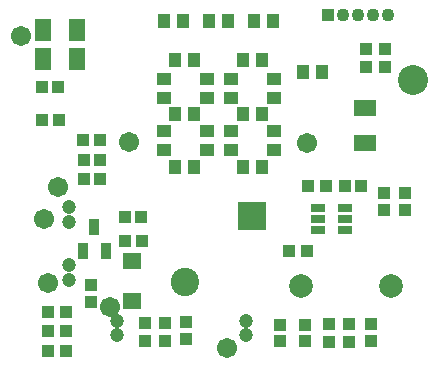
<source format=gts>
G04*
G04 #@! TF.GenerationSoftware,Altium Limited,Altium Designer,20.0.2 (26)*
G04*
G04 Layer_Color=8388736*
%FSLAX25Y25*%
%MOIN*%
G70*
G01*
G75*
%ADD31C,0.10000*%
%ADD32R,0.03950X0.04343*%
%ADD33R,0.07497X0.05554*%
%ADD34R,0.05021X0.02895*%
%ADD35R,0.05554X0.07497*%
%ADD36R,0.03950X0.04202*%
%ADD37R,0.04343X0.04737*%
%ADD38R,0.06312X0.05524*%
%ADD39R,0.03556X0.05721*%
%ADD40R,0.03975X0.04202*%
%ADD41C,0.06706*%
%ADD42R,0.04343X0.03950*%
%ADD43C,0.06800*%
%ADD44R,0.04737X0.04343*%
%ADD45R,0.04202X0.03975*%
%ADD46C,0.04737*%
%ADD47R,0.09461X0.09461*%
%ADD48C,0.04343*%
%ADD49R,0.04343X0.04343*%
%ADD50C,0.07887*%
%ADD51C,0.09461*%
D31*
X135500Y99100D02*
D03*
D32*
X44911Y53500D02*
D03*
X39400D02*
D03*
X45055Y45400D02*
D03*
X39544D02*
D03*
X112845Y63900D02*
D03*
X118356D02*
D03*
X11744Y96900D02*
D03*
X17255D02*
D03*
X31137Y79300D02*
D03*
X25626D02*
D03*
D33*
X119600Y78178D02*
D03*
Y89822D02*
D03*
D34*
X112835Y56540D02*
D03*
Y52800D02*
D03*
Y49060D02*
D03*
X103787D02*
D03*
Y52800D02*
D03*
Y56540D02*
D03*
D35*
X12043Y106100D02*
D03*
X23687D02*
D03*
X12043Y116000D02*
D03*
X23687D02*
D03*
D36*
X31255Y72535D02*
D03*
X25745D02*
D03*
Y66201D02*
D03*
X31255D02*
D03*
D37*
X85050Y88000D02*
D03*
X78751D02*
D03*
X85050Y105800D02*
D03*
X78751D02*
D03*
X62650D02*
D03*
X56351D02*
D03*
X98950Y101800D02*
D03*
X105249D02*
D03*
X62650Y70100D02*
D03*
X56351D02*
D03*
X62650Y88000D02*
D03*
X56351D02*
D03*
X85050Y70100D02*
D03*
X78751D02*
D03*
X52650Y118700D02*
D03*
X58949D02*
D03*
X67625D02*
D03*
X73925D02*
D03*
X82601D02*
D03*
X88900D02*
D03*
D38*
X42000Y38893D02*
D03*
Y25507D02*
D03*
D39*
X29300Y50237D02*
D03*
X33040Y42363D02*
D03*
X25560D02*
D03*
D40*
X17675Y85841D02*
D03*
X11744D02*
D03*
X100635Y64000D02*
D03*
X106565D02*
D03*
X100224Y42269D02*
D03*
X94293D02*
D03*
X13935Y22000D02*
D03*
X19865D02*
D03*
X13935Y9000D02*
D03*
X19865D02*
D03*
X13935Y15500D02*
D03*
X19865D02*
D03*
D41*
X12400Y52700D02*
D03*
X4700Y113800D02*
D03*
X40800Y78500D02*
D03*
X100100Y78090D02*
D03*
X73600Y9800D02*
D03*
X34500Y23600D02*
D03*
X14025Y31639D02*
D03*
X17100Y63600D02*
D03*
D42*
X28100Y25289D02*
D03*
Y30800D02*
D03*
X125724Y55899D02*
D03*
Y61410D02*
D03*
X121400Y12268D02*
D03*
Y17779D02*
D03*
X91100Y17656D02*
D03*
Y12145D02*
D03*
X99550Y17656D02*
D03*
Y12145D02*
D03*
X60000Y18400D02*
D03*
Y12889D02*
D03*
D43*
X135500Y99100D02*
D03*
D44*
X66700Y93350D02*
D03*
Y99649D02*
D03*
X89300Y93350D02*
D03*
Y99649D02*
D03*
X52500Y93350D02*
D03*
Y99649D02*
D03*
X74900Y93350D02*
D03*
Y99649D02*
D03*
X66753Y82050D02*
D03*
Y75751D02*
D03*
X89300Y82050D02*
D03*
Y75751D02*
D03*
X52400Y82050D02*
D03*
Y75751D02*
D03*
X74900Y82050D02*
D03*
Y75751D02*
D03*
D45*
X120000Y109466D02*
D03*
Y103534D02*
D03*
X126300Y109466D02*
D03*
Y103534D02*
D03*
X132700Y55734D02*
D03*
Y61665D02*
D03*
X107500Y11804D02*
D03*
Y17734D02*
D03*
X114200Y17744D02*
D03*
Y11813D02*
D03*
X46300Y12298D02*
D03*
Y18229D02*
D03*
X53000D02*
D03*
Y12298D02*
D03*
D46*
X36900Y14078D02*
D03*
Y19000D02*
D03*
X20900Y56722D02*
D03*
Y51800D02*
D03*
X80000Y14078D02*
D03*
Y19000D02*
D03*
X20900Y32678D02*
D03*
Y37600D02*
D03*
D47*
X81700Y53800D02*
D03*
D48*
X122034Y120800D02*
D03*
X127034D02*
D03*
X117034D02*
D03*
X112034D02*
D03*
D49*
X107034D02*
D03*
D50*
X128061Y30500D02*
D03*
X98139D02*
D03*
D51*
X59600Y31800D02*
D03*
M02*

</source>
